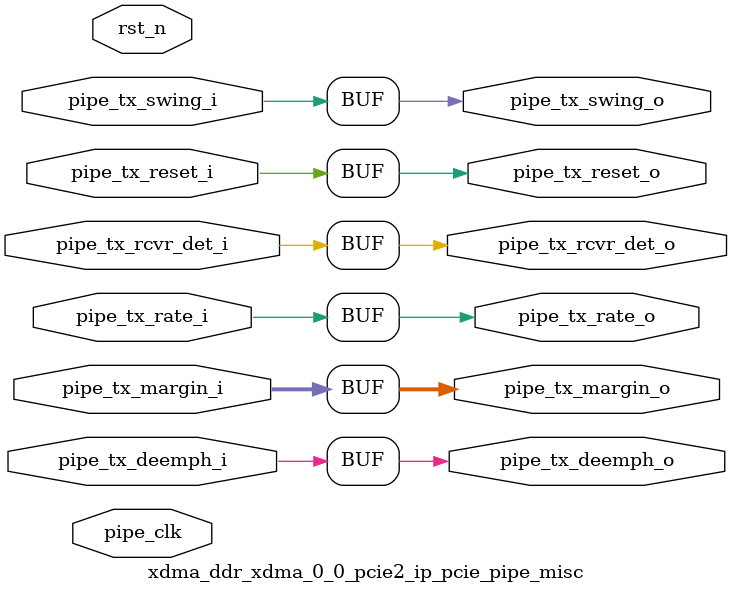
<source format=v>

`timescale 1ps/1ps

(* DowngradeIPIdentifiedWarnings = "yes" *)
module xdma_ddr_xdma_0_0_pcie2_ip_pcie_pipe_misc #
(
    parameter        PIPE_PIPELINE_STAGES = 0,    // 0 - 0 stages, 1 - 1 stage, 2 - 2 stages
    parameter TCQ  = 1 // synthesis warning solved: parameter declaration becomes local
)
(

    input   wire        pipe_tx_rcvr_det_i       ,     // PIPE Tx Receiver Detect
    input   wire        pipe_tx_reset_i          ,     // PIPE Tx Reset
    input   wire        pipe_tx_rate_i           ,     // PIPE Tx Rate
    input   wire        pipe_tx_deemph_i         ,     // PIPE Tx Deemphasis
    input   wire [2:0]  pipe_tx_margin_i         ,     // PIPE Tx Margin
    input   wire        pipe_tx_swing_i          ,     // PIPE Tx Swing

    output  wire        pipe_tx_rcvr_det_o       ,     // Pipelined PIPE Tx Receiver Detect
    output  wire        pipe_tx_reset_o          ,     // Pipelined PIPE Tx Reset
    output  wire        pipe_tx_rate_o           ,     // Pipelined PIPE Tx Rate
    output  wire        pipe_tx_deemph_o         ,     // Pipelined PIPE Tx Deemphasis
    output  wire [2:0]  pipe_tx_margin_o         ,     // Pipelined PIPE Tx Margin
    output  wire        pipe_tx_swing_o          ,     // Pipelined PIPE Tx Swing

    input   wire        pipe_clk                ,      // PIPE Clock
    input   wire        rst_n                          // Reset
);

//******************************************************************//
// Reality check.                                                   //
//******************************************************************//

//    parameter TCQ  = 1;      // clock to out delay model

    generate

    if (PIPE_PIPELINE_STAGES == 0) begin : pipe_stages_0

        assign pipe_tx_rcvr_det_o = pipe_tx_rcvr_det_i;
        assign pipe_tx_reset_o  = pipe_tx_reset_i;
        assign pipe_tx_rate_o = pipe_tx_rate_i;
        assign pipe_tx_deemph_o = pipe_tx_deemph_i;
        assign pipe_tx_margin_o = pipe_tx_margin_i;
        assign pipe_tx_swing_o = pipe_tx_swing_i;

    end // if (PIPE_PIPELINE_STAGES == 0)
    else if (PIPE_PIPELINE_STAGES == 1) begin : pipe_stages_1

    reg                pipe_tx_rcvr_det_q       ;
    reg                pipe_tx_reset_q          ;
    reg                pipe_tx_rate_q           ;
    reg                pipe_tx_deemph_q         ;
    reg [2:0]          pipe_tx_margin_q         ;
    reg                pipe_tx_swing_q          ;

        always @(posedge pipe_clk) begin

        if (rst_n)
        begin

            pipe_tx_rcvr_det_q <= #TCQ 0;
            pipe_tx_reset_q  <= #TCQ 1'b1;
            pipe_tx_rate_q <= #TCQ 0;
            pipe_tx_deemph_q <= #TCQ 1'b1;
            pipe_tx_margin_q <= #TCQ 0;
            pipe_tx_swing_q <= #TCQ 0;

        end
        else
        begin

            pipe_tx_rcvr_det_q <= #TCQ pipe_tx_rcvr_det_i;
            pipe_tx_reset_q  <= #TCQ pipe_tx_reset_i;
            pipe_tx_rate_q <= #TCQ pipe_tx_rate_i;
            pipe_tx_deemph_q <= #TCQ pipe_tx_deemph_i;
            pipe_tx_margin_q <= #TCQ pipe_tx_margin_i;
            pipe_tx_swing_q <= #TCQ pipe_tx_swing_i;

          end

        end

        assign pipe_tx_rcvr_det_o = pipe_tx_rcvr_det_q;
        assign pipe_tx_reset_o  = pipe_tx_reset_q;
        assign pipe_tx_rate_o = pipe_tx_rate_q;
        assign pipe_tx_deemph_o = pipe_tx_deemph_q;
        assign pipe_tx_margin_o = pipe_tx_margin_q;
        assign pipe_tx_swing_o = pipe_tx_swing_q;

    end // if (PIPE_PIPELINE_STAGES == 1)
    else if (PIPE_PIPELINE_STAGES == 2) begin : pipe_stages_2

    reg                pipe_tx_rcvr_det_q       ;
    reg                pipe_tx_reset_q          ;
    reg                pipe_tx_rate_q           ;
    reg                pipe_tx_deemph_q         ;
    reg [2:0]          pipe_tx_margin_q         ;
    reg                pipe_tx_swing_q          ;

    reg                pipe_tx_rcvr_det_qq      ;
    reg                pipe_tx_reset_qq         ;
    reg                pipe_tx_rate_qq          ;
    reg                pipe_tx_deemph_qq        ;
    reg [2:0]          pipe_tx_margin_qq        ;
    reg                pipe_tx_swing_qq         ;

        always @(posedge pipe_clk) begin

        if (rst_n)
        begin

            pipe_tx_rcvr_det_q <= #TCQ 0;
            pipe_tx_reset_q  <= #TCQ 1'b1;
            pipe_tx_rate_q <= #TCQ 0;
            pipe_tx_deemph_q <= #TCQ 1'b1;
            pipe_tx_margin_q <= #TCQ 0;
            pipe_tx_swing_q <= #TCQ 0;

            pipe_tx_rcvr_det_qq <= #TCQ 0;
            pipe_tx_reset_qq  <= #TCQ 1'b1;
            pipe_tx_rate_qq <= #TCQ 0;
            pipe_tx_deemph_qq <= #TCQ 1'b1;
            pipe_tx_margin_qq <= #TCQ 0;
            pipe_tx_swing_qq <= #TCQ 0;

        end
        else
        begin

            pipe_tx_rcvr_det_q <= #TCQ pipe_tx_rcvr_det_i;
            pipe_tx_reset_q  <= #TCQ pipe_tx_reset_i;
            pipe_tx_rate_q <= #TCQ pipe_tx_rate_i;
            pipe_tx_deemph_q <= #TCQ pipe_tx_deemph_i;
            pipe_tx_margin_q <= #TCQ pipe_tx_margin_i;
            pipe_tx_swing_q <= #TCQ pipe_tx_swing_i;

            pipe_tx_rcvr_det_qq <= #TCQ pipe_tx_rcvr_det_q;
            pipe_tx_reset_qq  <= #TCQ pipe_tx_reset_q;
            pipe_tx_rate_qq <= #TCQ pipe_tx_rate_q;
            pipe_tx_deemph_qq <= #TCQ pipe_tx_deemph_q;
            pipe_tx_margin_qq <= #TCQ pipe_tx_margin_q;
            pipe_tx_swing_qq <= #TCQ pipe_tx_swing_q;

          end

        end

        assign pipe_tx_rcvr_det_o = pipe_tx_rcvr_det_qq;
        assign pipe_tx_reset_o  = pipe_tx_reset_qq;
        assign pipe_tx_rate_o = pipe_tx_rate_qq;
        assign pipe_tx_deemph_o = pipe_tx_deemph_qq;
        assign pipe_tx_margin_o = pipe_tx_margin_qq;
        assign pipe_tx_swing_o = pipe_tx_swing_qq;

    end // if (PIPE_PIPELINE_STAGES == 2)

    endgenerate

endmodule


</source>
